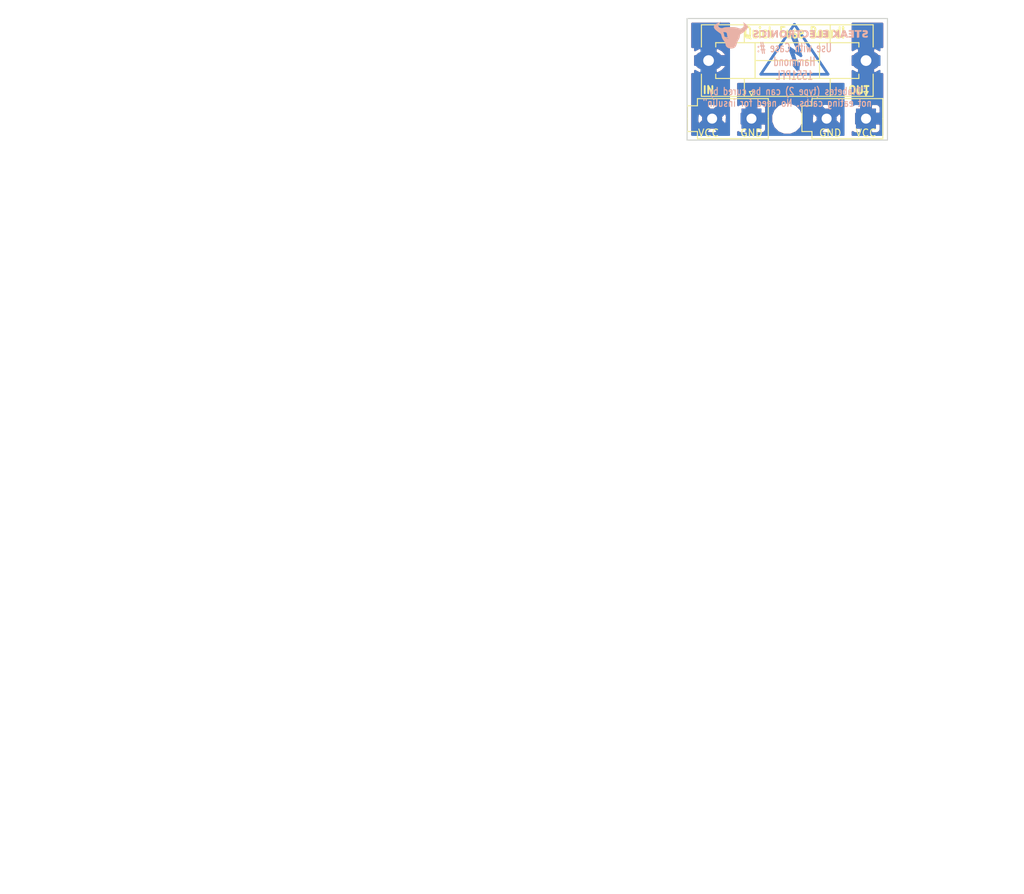
<source format=kicad_pcb>
(kicad_pcb (version 20171130) (host pcbnew 5.0.0-rc2)

  (general
    (thickness 1.6)
    (drawings 17)
    (tracks 0)
    (zones 0)
    (modules 6)
    (nets 4)
  )

  (page USLetter)
  (title_block
    (title "Project Title")
  )

  (layers
    (0 F.Cu signal)
    (31 B.Cu signal)
    (34 B.Paste user)
    (35 F.Paste user)
    (36 B.SilkS user)
    (37 F.SilkS user)
    (38 B.Mask user)
    (39 F.Mask user)
    (40 Dwgs.User user)
    (44 Edge.Cuts user)
    (46 B.CrtYd user)
    (47 F.CrtYd user)
    (48 B.Fab user)
    (49 F.Fab user)
  )

  (setup
    (last_trace_width 0.254)
    (user_trace_width 0.1524)
    (user_trace_width 0.254)
    (user_trace_width 0.3302)
    (user_trace_width 0.508)
    (user_trace_width 0.762)
    (user_trace_width 1.27)
    (trace_clearance 0.254)
    (zone_clearance 0.508)
    (zone_45_only no)
    (trace_min 0.1524)
    (segment_width 0.1524)
    (edge_width 0.1524)
    (via_size 0.6858)
    (via_drill 0.3302)
    (via_min_size 0.6858)
    (via_min_drill 0.3302)
    (user_via 0.6858 0.3302)
    (user_via 0.762 0.4064)
    (user_via 0.8636 0.508)
    (uvia_size 0.6858)
    (uvia_drill 0.3302)
    (uvias_allowed no)
    (uvia_min_size 0)
    (uvia_min_drill 0)
    (pcb_text_width 0.1524)
    (pcb_text_size 1.016 1.016)
    (mod_edge_width 0.1524)
    (mod_text_size 1.016 1.016)
    (mod_text_width 0.1524)
    (pad_size 2.49936 4.0005)
    (pad_drill 1.50114)
    (pad_to_mask_clearance 0.0762)
    (solder_mask_min_width 0.1016)
    (pad_to_paste_clearance -0.0762)
    (aux_axis_origin 0 0)
    (visible_elements 7FFFFFFF)
    (pcbplotparams
      (layerselection 0x310fc_ffffffff)
      (usegerberextensions true)
      (usegerberattributes false)
      (usegerberadvancedattributes false)
      (creategerberjobfile false)
      (excludeedgelayer true)
      (linewidth 0.100000)
      (plotframeref false)
      (viasonmask false)
      (mode 1)
      (useauxorigin false)
      (hpglpennumber 1)
      (hpglpenspeed 20)
      (hpglpendiameter 15)
      (psnegative false)
      (psa4output false)
      (plotreference true)
      (plotvalue true)
      (plotinvisibletext false)
      (padsonsilk false)
      (subtractmaskfromsilk false)
      (outputformat 1)
      (mirror false)
      (drillshape 0)
      (scaleselection 1)
      (outputdirectory gerbers/))
  )

  (net 0 "")
  (net 1 GND)
  (net 2 VCC)
  (net 3 +12V)

  (net_class Default "This is the default net class."
    (clearance 0.254)
    (trace_width 0.254)
    (via_dia 0.6858)
    (via_drill 0.3302)
    (uvia_dia 0.6858)
    (uvia_drill 0.3302)
    (add_net +12V)
    (add_net GND)
    (add_net VCC)
  )

  (module Fuse_Holders_and_Fuses:Fuseholder5x20_horiz_SemiClosed_Casing10x25mm (layer F.Cu) (tedit 5D118760) (tstamp 5D14B699)
    (at 129.00499 83.8815 180)
    (descr "Fuseholder, 5x20, Semi closed, horizontal, Casing 10x25mm,")
    (tags "Fuseholder, 5x20, Semi closed, horizontal, Casing 10x25mm, Sicherungshalter, halbgeschlossen,")
    (path /5D117F39)
    (fp_text reference F1 (at 0 -7.62 180) (layer F.SilkS) hide
      (effects (font (size 1 1) (thickness 0.15)))
    )
    (fp_text value Fuse (at 1.27 7.62 180) (layer F.Fab)
      (effects (font (size 1 1) (thickness 0.15)))
    )
    (fp_line (start -5.99948 -2.49936) (end -5.99948 -5.00126) (layer F.SilkS) (width 0.15))
    (fp_line (start -5.99948 5.00126) (end -5.99948 2.49936) (layer F.SilkS) (width 0.15))
    (fp_line (start 5.99948 5.00126) (end 5.99948 2.49936) (layer F.SilkS) (width 0.15))
    (fp_line (start 5.99948 -5.00126) (end 5.99948 -2.49936) (layer F.SilkS) (width 0.15))
    (fp_line (start -4.50088 0) (end 4.50088 0) (layer F.SilkS) (width 0.15))
    (fp_line (start -4.50088 -2.49936) (end -4.50088 2.49936) (layer F.SilkS) (width 0.15))
    (fp_line (start 4.50088 -2.49936) (end 4.50088 2.49936) (layer F.SilkS) (width 0.15))
    (fp_line (start 9.99998 -1.89992) (end 9.99998 -2.49936) (layer F.SilkS) (width 0.15))
    (fp_line (start -9.99998 1.89992) (end -9.99998 2.49936) (layer F.SilkS) (width 0.15))
    (fp_line (start -9.99998 2.49936) (end 9.99998 2.49936) (layer F.SilkS) (width 0.15))
    (fp_line (start 9.99998 2.49936) (end 9.99998 1.89992) (layer F.SilkS) (width 0.15))
    (fp_line (start 9.99998 -2.49936) (end -9.99998 -2.49936) (layer F.SilkS) (width 0.15))
    (fp_line (start -9.99998 -2.49936) (end -9.99998 -1.89992) (layer F.SilkS) (width 0.15))
    (fp_line (start 11.99896 -1.89992) (end 11.99896 -5.00126) (layer F.SilkS) (width 0.15))
    (fp_line (start -11.99896 1.89992) (end -11.99896 5.00126) (layer F.SilkS) (width 0.15))
    (fp_line (start -11.99896 5.00126) (end 11.99896 5.00126) (layer F.SilkS) (width 0.15))
    (fp_line (start 11.99896 5.00126) (end 11.99896 1.89992) (layer F.SilkS) (width 0.15))
    (fp_line (start 11.99896 -5.00126) (end -11.99896 -5.00126) (layer F.SilkS) (width 0.15))
    (fp_line (start -11.99896 -5.00126) (end -11.99896 -1.89992) (layer F.SilkS) (width 0.15))
    (pad 2 thru_hole oval (at 11.00074 0 90) (size 2.49936 4.0005) (drill 1.50114) (layers *.Cu *.Mask)
      (net 3 +12V) (zone_connect 1) (thermal_width 4))
    (pad 1 thru_hole oval (at -11.00074 0 90) (size 2.49936 4.0005) (drill 1.50114) (layers *.Cu *.Mask)
      (net 2 VCC) (zone_connect 1) (thermal_width 4))
  )

  (module Mounting_Holes:MountingHole_3.2mm_M3 (layer F.Cu) (tedit 5D1181C1) (tstamp 5D14B6A0)
    (at 129 92)
    (descr "Mounting Hole 3.2mm, no annular, M3")
    (tags "mounting hole 3.2mm no annular m3")
    (path /5D1184DD)
    (fp_text reference MK1 (at -4 -2) (layer F.SilkS) hide
      (effects (font (size 1 1) (thickness 0.15)))
    )
    (fp_text value Mounting_Hole (at 0 4.2) (layer F.Fab)
      (effects (font (size 1 1) (thickness 0.15)))
    )
    (fp_circle (center 0 0) (end 3.45 0) (layer F.CrtYd) (width 0.05))
    (fp_circle (center 0 0) (end 3.2 0) (layer Cmts.User) (width 0.15))
    (pad 1 np_thru_hole circle (at 0 0) (size 3.2 3.2) (drill 3.2) (layers *.Cu *.Mask))
  )

  (module Connectors_Molex:Molex_MiniFit-JR-5556-02A_2x01x4.20mm_Straight (layer F.Cu) (tedit 5D11874B) (tstamp 5D17EC65)
    (at 124 92 270)
    (descr "Molex Mini-Fit JR, PN:5556-02A, dual row, top entry type, through hole")
    (tags "connector molex mini-fit 5556")
    (path /5D1189CB)
    (fp_text reference P1 (at -4 8 270) (layer F.SilkS) hide
      (effects (font (size 1 1) (thickness 0.15)))
    )
    (fp_text value CONN_01X02 (at 0 -4 270) (layer F.Fab)
      (effects (font (size 1 1) (thickness 0.15)))
    )
    (fp_line (start -2.7 -2.25) (end -2.7 7.45) (layer F.Fab) (width 0.05))
    (fp_line (start -2.7 7.45) (end 2.7 7.45) (layer F.Fab) (width 0.05))
    (fp_line (start 2.7 7.45) (end 2.7 -2.25) (layer F.Fab) (width 0.05))
    (fp_line (start 2.7 -2.25) (end -2.7 -2.25) (layer F.Fab) (width 0.05))
    (fp_line (start -1.7 7.45) (end -1.7 8.85) (layer F.Fab) (width 0.05))
    (fp_line (start -1.7 8.85) (end 1.7 8.85) (layer F.Fab) (width 0.05))
    (fp_line (start 1.7 8.85) (end 1.7 7.45) (layer F.Fab) (width 0.05))
    (fp_line (start -1.75 -1.75) (end -1.75 1.75) (layer F.Fab) (width 0.05))
    (fp_line (start -1.75 1.75) (end 1.75 1.75) (layer F.Fab) (width 0.05))
    (fp_line (start 1.75 1.75) (end 1.75 -1.75) (layer F.Fab) (width 0.05))
    (fp_line (start 1.75 -1.75) (end -1.75 -1.75) (layer F.Fab) (width 0.05))
    (fp_line (start -1.75 7.25) (end -1.75 4.625) (layer F.Fab) (width 0.05))
    (fp_line (start -1.75 4.625) (end -0.875 3.75) (layer F.Fab) (width 0.05))
    (fp_line (start -0.875 3.75) (end 0.875 3.75) (layer F.Fab) (width 0.05))
    (fp_line (start 0.875 3.75) (end 1.75 4.625) (layer F.Fab) (width 0.05))
    (fp_line (start 1.75 4.625) (end 1.75 7.25) (layer F.Fab) (width 0.05))
    (fp_line (start 1.75 7.25) (end -1.75 7.25) (layer F.Fab) (width 0.05))
    (fp_line (start 0 -2.35) (end -2.8 -2.35) (layer F.SilkS) (width 0.15))
    (fp_line (start -2.8 -2.35) (end -2.8 7.55) (layer F.SilkS) (width 0.15))
    (fp_line (start -2.8 7.55) (end -1.8 7.55) (layer F.SilkS) (width 0.15))
    (fp_line (start -1.8 7.55) (end -1.8 8.95) (layer F.SilkS) (width 0.15))
    (fp_line (start -1.8 8.95) (end 0 8.95) (layer F.SilkS) (width 0.15))
    (fp_line (start 0 -2.35) (end 2.8 -2.35) (layer F.SilkS) (width 0.15))
    (fp_line (start 2.8 -2.35) (end 2.8 7.55) (layer F.SilkS) (width 0.15))
    (fp_line (start 2.8 7.55) (end 1.8 7.55) (layer F.SilkS) (width 0.15))
    (fp_line (start 1.8 7.55) (end 1.8 8.95) (layer F.SilkS) (width 0.15))
    (fp_line (start 1.8 8.95) (end 0 8.95) (layer F.SilkS) (width 0.15))
    (fp_line (start -3.2 0) (end -3.8 0.3) (layer F.SilkS) (width 0.15))
    (fp_line (start -3.8 0.3) (end -3.8 -0.3) (layer F.SilkS) (width 0.15))
    (fp_line (start -3.8 -0.3) (end -3.2 0) (layer F.SilkS) (width 0.15))
    (fp_line (start -3.2 -2.75) (end -3.2 9.3) (layer F.CrtYd) (width 0.05))
    (fp_line (start -3.2 9.3) (end 3.2 9.3) (layer F.CrtYd) (width 0.05))
    (fp_line (start 3.2 9.3) (end 3.2 -2.75) (layer F.CrtYd) (width 0.05))
    (fp_line (start 3.2 -2.75) (end -3.2 -2.75) (layer F.CrtYd) (width 0.05))
    (pad 1 thru_hole rect (at 0 0 270) (size 2.8 2.8) (drill 1.4) (layers *.Cu *.Mask)
      (net 1 GND) (zone_connect 1) (thermal_width 4))
    (pad 2 thru_hole circle (at 0 5.5 270) (size 2.8 2.8) (drill 1.4) (layers *.Cu *.Mask)
      (net 3 +12V) (zone_connect 1) (thermal_width 4))
    (model Connectors_Molex.3dshapes/Molex_MiniFit-JR-5556-02A_2x01x4.20mm_Straight.wrl
      (at (xyz 0 0 0))
      (scale (xyz 1 1 1))
      (rotate (xyz 0 0 0))
    )
  )

  (module Connectors_Molex:Molex_MiniFit-JR-5556-02A_2x01x4.20mm_Straight (layer F.Cu) (tedit 5D118759) (tstamp 5D17EC8D)
    (at 140 92 270)
    (descr "Molex Mini-Fit JR, PN:5556-02A, dual row, top entry type, through hole")
    (tags "connector molex mini-fit 5556")
    (path /5D118A24)
    (fp_text reference P2 (at -5 6 270) (layer F.SilkS) hide
      (effects (font (size 1 1) (thickness 0.15)))
    )
    (fp_text value CONN_01X02 (at 0 -4 270) (layer F.Fab)
      (effects (font (size 1 1) (thickness 0.15)))
    )
    (fp_line (start 3.2 -2.75) (end -3.2 -2.75) (layer F.CrtYd) (width 0.05))
    (fp_line (start 3.2 9.3) (end 3.2 -2.75) (layer F.CrtYd) (width 0.05))
    (fp_line (start -3.2 9.3) (end 3.2 9.3) (layer F.CrtYd) (width 0.05))
    (fp_line (start -3.2 -2.75) (end -3.2 9.3) (layer F.CrtYd) (width 0.05))
    (fp_line (start -3.8 -0.3) (end -3.2 0) (layer F.SilkS) (width 0.15))
    (fp_line (start -3.8 0.3) (end -3.8 -0.3) (layer F.SilkS) (width 0.15))
    (fp_line (start -3.2 0) (end -3.8 0.3) (layer F.SilkS) (width 0.15))
    (fp_line (start 1.8 8.95) (end 0 8.95) (layer F.SilkS) (width 0.15))
    (fp_line (start 1.8 7.55) (end 1.8 8.95) (layer F.SilkS) (width 0.15))
    (fp_line (start 2.8 7.55) (end 1.8 7.55) (layer F.SilkS) (width 0.15))
    (fp_line (start 2.8 -2.35) (end 2.8 7.55) (layer F.SilkS) (width 0.15))
    (fp_line (start 0 -2.35) (end 2.8 -2.35) (layer F.SilkS) (width 0.15))
    (fp_line (start -1.8 8.95) (end 0 8.95) (layer F.SilkS) (width 0.15))
    (fp_line (start -1.8 7.55) (end -1.8 8.95) (layer F.SilkS) (width 0.15))
    (fp_line (start -2.8 7.55) (end -1.8 7.55) (layer F.SilkS) (width 0.15))
    (fp_line (start -2.8 -2.35) (end -2.8 7.55) (layer F.SilkS) (width 0.15))
    (fp_line (start 0 -2.35) (end -2.8 -2.35) (layer F.SilkS) (width 0.15))
    (fp_line (start 1.75 7.25) (end -1.75 7.25) (layer F.Fab) (width 0.05))
    (fp_line (start 1.75 4.625) (end 1.75 7.25) (layer F.Fab) (width 0.05))
    (fp_line (start 0.875 3.75) (end 1.75 4.625) (layer F.Fab) (width 0.05))
    (fp_line (start -0.875 3.75) (end 0.875 3.75) (layer F.Fab) (width 0.05))
    (fp_line (start -1.75 4.625) (end -0.875 3.75) (layer F.Fab) (width 0.05))
    (fp_line (start -1.75 7.25) (end -1.75 4.625) (layer F.Fab) (width 0.05))
    (fp_line (start 1.75 -1.75) (end -1.75 -1.75) (layer F.Fab) (width 0.05))
    (fp_line (start 1.75 1.75) (end 1.75 -1.75) (layer F.Fab) (width 0.05))
    (fp_line (start -1.75 1.75) (end 1.75 1.75) (layer F.Fab) (width 0.05))
    (fp_line (start -1.75 -1.75) (end -1.75 1.75) (layer F.Fab) (width 0.05))
    (fp_line (start 1.7 8.85) (end 1.7 7.45) (layer F.Fab) (width 0.05))
    (fp_line (start -1.7 8.85) (end 1.7 8.85) (layer F.Fab) (width 0.05))
    (fp_line (start -1.7 7.45) (end -1.7 8.85) (layer F.Fab) (width 0.05))
    (fp_line (start 2.7 -2.25) (end -2.7 -2.25) (layer F.Fab) (width 0.05))
    (fp_line (start 2.7 7.45) (end 2.7 -2.25) (layer F.Fab) (width 0.05))
    (fp_line (start -2.7 7.45) (end 2.7 7.45) (layer F.Fab) (width 0.05))
    (fp_line (start -2.7 -2.25) (end -2.7 7.45) (layer F.Fab) (width 0.05))
    (pad 2 thru_hole circle (at 0 5.5 270) (size 2.8 2.8) (drill 1.4) (layers *.Cu *.Mask)
      (net 1 GND) (zone_connect 1) (thermal_width 4))
    (pad 1 thru_hole rect (at 0 0 270) (size 2.8 2.8) (drill 1.4) (layers *.Cu *.Mask)
      (net 2 VCC) (zone_connect 1) (thermal_width 4))
    (model Connectors_Molex.3dshapes/Molex_MiniFit-JR-5556-02A_2x01x4.20mm_Straight.wrl
      (at (xyz 0 0 0))
      (scale (xyz 1 1 1))
      (rotate (xyz 0 0 0))
    )
  )

  (module Symbols:Symbol_HighVoltage_Type2_CopperTop_VerySmall (layer B.Cu) (tedit 5D1186AC) (tstamp 5D183DAB)
    (at 130 83 180)
    (descr "Symbol, High Voltage, Type 2, Copper Top, Very Small,")
    (tags "Symbol, High Voltage, Type 2, Copper Top, Very Small,")
    (fp_text reference REF88 (at -0.127 5.715 180) (layer B.SilkS) hide
      (effects (font (size 1 1) (thickness 0.15)) (justify mirror))
    )
    (fp_text value Symbol_HighVoltage_Type2_CopperTop_VerySmall (at -0.381 -4.572 180) (layer B.Fab) hide
      (effects (font (size 1 1) (thickness 0.15)) (justify mirror))
    )
    (fp_line (start -4.699 -2.794) (end 0 4.191) (layer B.Cu) (width 0.381))
    (fp_line (start 4.699 -2.794) (end -4.699 -2.794) (layer B.Cu) (width 0.381))
    (fp_line (start 0 4.191) (end 4.699 -2.794) (layer B.Cu) (width 0.381))
    (fp_line (start -0.49784 -2.19964) (end -0.59944 -1.30048) (layer B.Cu) (width 0.381))
    (fp_line (start 0.29972 0.59944) (end -0.49784 -2.19964) (layer B.Cu) (width 0.381))
    (fp_line (start -0.89916 -0.20066) (end 0.29972 0.59944) (layer B.Cu) (width 0.381))
    (fp_line (start -0.09906 2.79908) (end -0.89916 -0.20066) (layer B.Cu) (width 0.381))
    (fp_line (start -0.49784 -2.19964) (end 0.1016 -1.50114) (layer B.Cu) (width 0.381))
    (fp_line (start -0.89916 -0.20066) (end 0.40132 2.60096) (layer B.Cu) (width 0.381))
    (fp_line (start 0.70104 0.89916) (end 0.1016 0.50038) (layer B.Cu) (width 0.381))
    (fp_line (start -0.49784 -2.19964) (end 0.70104 0.89916) (layer B.Cu) (width 0.381))
  )

  (module SteakElectronics:steakelectronics_fsilk (layer B.Cu) (tedit 0) (tstamp 5D118D2A)
    (at 129.5 80.5 180)
    (fp_text reference G*** (at 0 0 180) (layer B.SilkS) hide
      (effects (font (size 1.524 1.524) (thickness 0.3)) (justify mirror))
    )
    (fp_text value LOGO (at 0.75 0 180) (layer B.SilkS) hide
      (effects (font (size 1.524 1.524) (thickness 0.3)) (justify mirror))
    )
    (fp_poly (pts (xy 5.101457 0.864935) (xy 5.215637 0.827851) (xy 5.258911 0.760943) (xy 5.256052 0.710284)
      (xy 5.209764 0.644504) (xy 5.147599 0.643317) (xy 4.963596 0.667675) (xy 4.832097 0.652339)
      (xy 4.768689 0.59943) (xy 4.766549 0.591451) (xy 4.782414 0.531199) (xy 4.870041 0.492189)
      (xy 4.915886 0.482326) (xy 5.113334 0.416308) (xy 5.244151 0.312602) (xy 5.301787 0.18408)
      (xy 5.279694 0.043619) (xy 5.197554 -0.071372) (xy 5.051291 -0.156541) (xy 4.840636 -0.181897)
      (xy 4.583546 -0.152136) (xy 4.505528 -0.112784) (xy 4.480069 -0.018767) (xy 4.479636 0.003831)
      (xy 4.479636 0.139785) (xy 4.652282 0.067649) (xy 4.804479 0.024271) (xy 4.93084 0.024026)
      (xy 5.010295 0.063581) (xy 5.025097 0.126633) (xy 4.968647 0.191463) (xy 4.838354 0.239419)
      (xy 4.828071 0.241634) (xy 4.629836 0.311664) (xy 4.514018 0.422598) (xy 4.479636 0.561339)
      (xy 4.517011 0.719776) (xy 4.62863 0.823749) (xy 4.813731 0.872696) (xy 4.906818 0.876747)
      (xy 5.101457 0.864935)) (layer B.SilkS) (width 0.01))
    (fp_poly (pts (xy 4.109286 0.869729) (xy 4.225069 0.841731) (xy 4.281533 0.786228) (xy 4.294909 0.707765)
      (xy 4.282919 0.627479) (xy 4.229315 0.618611) (xy 4.191 0.630404) (xy 3.991686 0.667801)
      (xy 3.836501 0.631103) (xy 3.734507 0.525593) (xy 3.694764 0.356556) (xy 3.694546 0.340835)
      (xy 3.729977 0.186171) (xy 3.821603 0.072865) (xy 3.947424 0.016831) (xy 4.08544 0.033986)
      (xy 4.105401 0.043623) (xy 4.220017 0.088188) (xy 4.279707 0.063961) (xy 4.294909 -0.017705)
      (xy 4.260436 -0.118285) (xy 4.191 -0.15562) (xy 3.999643 -0.181872) (xy 3.801148 -0.170245)
      (xy 3.648364 -0.125955) (xy 3.553784 -0.047651) (xy 3.464361 0.074324) (xy 3.447328 0.106281)
      (xy 3.387399 0.323202) (xy 3.417284 0.53352) (xy 3.534691 0.72373) (xy 3.555844 0.745857)
      (xy 3.657722 0.829823) (xy 3.768209 0.868535) (xy 3.918125 0.877454) (xy 4.109286 0.869729)) (layer B.SilkS) (width 0.01))
    (fp_poly (pts (xy 3.232727 -0.184728) (xy 3.101879 -0.184728) (xy 3.00063 -0.178715) (xy 2.951788 -0.165671)
      (xy 2.945279 -0.114609) (xy 2.942347 0.009273) (xy 2.943167 0.186494) (xy 2.946972 0.36542)
      (xy 2.961398 0.877454) (xy 3.232727 0.877454) (xy 3.232727 -0.184728)) (layer B.SilkS) (width 0.01))
    (fp_poly (pts (xy 2.032472 0.870707) (xy 2.094257 0.838816) (xy 2.154678 0.764305) (xy 2.231393 0.629702)
      (xy 2.263396 0.56892) (xy 2.424546 0.260386) (xy 2.438201 0.56892) (xy 2.447019 0.73287)
      (xy 2.461861 0.825145) (xy 2.492749 0.866346) (xy 2.549705 0.877077) (xy 2.588292 0.877454)
      (xy 2.724727 0.877454) (xy 2.724727 -0.190303) (xy 2.558939 -0.17597) (xy 2.471376 -0.162146)
      (xy 2.405217 -0.126707) (xy 2.342316 -0.051643) (xy 2.264525 0.081053) (xy 2.22412 0.156283)
      (xy 2.055091 0.474202) (xy 2.041522 0.144737) (xy 2.032597 -0.026239) (xy 2.018322 -0.124773)
      (xy 1.991028 -0.170757) (xy 1.943049 -0.184084) (xy 1.914522 -0.184728) (xy 1.801091 -0.184728)
      (xy 1.801091 0.877454) (xy 1.951669 0.877454) (xy 2.032472 0.870707)) (layer B.SilkS) (width 0.01))
    (fp_poly (pts (xy 1.228439 0.870248) (xy 1.336705 0.841182) (xy 1.424238 0.779085) (xy 1.447308 0.756824)
      (xy 1.556627 0.592947) (xy 1.604676 0.399511) (xy 1.593131 0.202269) (xy 1.523669 0.026974)
      (xy 1.397965 -0.100618) (xy 1.391247 -0.104687) (xy 1.220062 -0.16453) (xy 1.014208 -0.179192)
      (xy 0.82097 -0.146085) (xy 0.796928 -0.137215) (xy 0.662851 -0.037998) (xy 0.566907 0.119199)
      (xy 0.519172 0.304358) (xy 0.52288 0.368712) (xy 0.827656 0.368712) (xy 0.850907 0.202449)
      (xy 0.880523 0.132812) (xy 0.963315 0.060814) (xy 1.078985 0.049755) (xy 1.195594 0.094775)
      (xy 1.281203 0.191011) (xy 1.282668 0.194026) (xy 1.319006 0.362208) (xy 1.276249 0.519616)
      (xy 1.171964 0.631417) (xy 1.084258 0.677168) (xy 1.011563 0.666199) (xy 0.946727 0.627701)
      (xy 0.861053 0.521354) (xy 0.827656 0.368712) (xy 0.52288 0.368712) (xy 0.529723 0.487462)
      (xy 0.559953 0.568763) (xy 0.668305 0.738832) (xy 0.792916 0.834711) (xy 0.962157 0.873777)
      (xy 1.063934 0.877454) (xy 1.228439 0.870248)) (layer B.SilkS) (width 0.01))
    (fp_poly (pts (xy 0.031644 0.874091) (xy 0.14009 0.858698) (xy 0.210616 0.823318) (xy 0.270402 0.759995)
      (xy 0.273739 0.755772) (xy 0.339817 0.65596) (xy 0.369347 0.580104) (xy 0.369455 0.577272)
      (xy 0.342826 0.504196) (xy 0.27828 0.404609) (xy 0.273739 0.398773) (xy 0.221559 0.318175)
      (xy 0.217589 0.27808) (xy 0.222471 0.27709) (xy 0.260653 0.239856) (xy 0.319966 0.148072)
      (xy 0.38409 0.031621) (xy 0.436705 -0.079617) (xy 0.461489 -0.155761) (xy 0.461818 -0.161133)
      (xy 0.421264 -0.176959) (xy 0.322006 -0.1846) (xy 0.305785 -0.184728) (xy 0.188938 -0.169429)
      (xy 0.121016 -0.105473) (xy 0.090734 -0.042249) (xy 0.011857 0.105024) (xy -0.075958 0.202832)
      (xy -0.141844 0.230909) (xy -0.16742 0.189625) (xy -0.182761 0.085176) (xy -0.184727 0.02309)
      (xy -0.188743 -0.1047) (xy -0.211932 -0.165226) (xy -0.271005 -0.183553) (xy -0.323273 -0.184728)
      (xy -0.461818 -0.184728) (xy -0.461818 0.53109) (xy -0.184727 0.53109) (xy -0.157176 0.438368)
      (xy -0.089422 0.419488) (xy -0.003818 0.480336) (xy -0.001679 0.482886) (xy 0.03082 0.569617)
      (xy -0.016469 0.630714) (xy -0.095089 0.646545) (xy -0.165795 0.618009) (xy -0.184727 0.53109)
      (xy -0.461818 0.53109) (xy -0.461818 0.877454) (xy -0.141897 0.877454) (xy 0.031644 0.874091)) (layer B.SilkS) (width 0.01))
    (fp_poly (pts (xy -1.073727 0.867471) (xy -0.854203 0.860467) (xy -0.710931 0.851062) (xy -0.627807 0.835835)
      (xy -0.588726 0.811364) (xy -0.577581 0.774228) (xy -0.577273 0.762) (xy -0.597147 0.697502)
      (xy -0.672228 0.66507) (xy -0.750454 0.655303) (xy -0.923636 0.640969) (xy -0.923636 -0.184728)
      (xy -1.200727 -0.184728) (xy -1.200727 0.646545) (xy -1.385454 0.646545) (xy -1.504409 0.652778)
      (xy -1.557284 0.682464) (xy -1.5701 0.752088) (xy -1.570182 0.763562) (xy -1.570182 0.880579)
      (xy -1.073727 0.867471)) (layer B.SilkS) (width 0.01))
    (fp_poly (pts (xy -1.921044 0.867929) (xy -1.765643 0.85799) (xy -1.679789 0.839713) (xy -1.640712 0.801829)
      (xy -1.625641 0.733065) (xy -1.624228 0.72101) (xy -1.622816 0.629584) (xy -1.656418 0.608628)
      (xy -1.686246 0.617298) (xy -1.847903 0.669514) (xy -1.959734 0.673295) (xy -2.052226 0.62582)
      (xy -2.104109 0.578634) (xy -2.187273 0.474735) (xy -2.207266 0.372757) (xy -2.198658 0.308666)
      (xy -2.133075 0.137993) (xy -2.0178 0.045006) (xy -1.853751 0.030129) (xy -1.689927 0.074016)
      (xy -1.634013 0.072574) (xy -1.616474 -0.002056) (xy -1.616364 -0.013209) (xy -1.642506 -0.111574)
      (xy -1.689413 -0.156696) (xy -1.843821 -0.183462) (xy -2.031054 -0.173238) (xy -2.201117 -0.129918)
      (xy -2.235445 -0.114188) (xy -2.376757 -0.01893) (xy -2.456555 0.100167) (xy -2.489223 0.269791)
      (xy -2.492349 0.362471) (xy -2.486323 0.517355) (xy -2.456117 0.619485) (xy -2.387011 0.707985)
      (xy -2.348225 0.745492) (xy -2.257227 0.821728) (xy -2.171457 0.860526) (xy -2.056129 0.871855)
      (xy -1.921044 0.867929)) (layer B.SilkS) (width 0.01))
    (fp_poly (pts (xy -2.818584 0.876224) (xy -2.708867 0.868607) (xy -2.653822 0.848714) (xy -2.634605 0.810657)
      (xy -2.632364 0.762) (xy -2.63985 0.693478) (xy -2.678057 0.659295) (xy -2.770603 0.647639)
      (xy -2.863273 0.646545) (xy -3.003716 0.640779) (xy -3.073535 0.618491) (xy -3.094025 0.572197)
      (xy -3.094182 0.565394) (xy -3.079299 0.515801) (xy -3.019544 0.496454) (xy -2.892252 0.500309)
      (xy -2.886364 0.500772) (xy -2.758835 0.507631) (xy -2.698326 0.491118) (xy -2.67985 0.436002)
      (xy -2.678545 0.374104) (xy -2.684192 0.286076) (xy -2.717858 0.244386) (xy -2.804637 0.231744)
      (xy -2.886364 0.230909) (xy -3.016233 0.224865) (xy -3.077645 0.199771) (xy -3.094102 0.14518)
      (xy -3.094182 0.138545) (xy -3.082025 0.083145) (xy -3.030423 0.055515) (xy -2.916682 0.046577)
      (xy -2.863273 0.046181) (xy -2.72623 0.042438) (xy -2.657863 0.023335) (xy -2.634551 -0.022939)
      (xy -2.632364 -0.069273) (xy -2.636301 -0.126534) (xy -2.660675 -0.16082) (xy -2.724332 -0.178022)
      (xy -2.846116 -0.184027) (xy -3.001818 -0.184728) (xy -3.371273 -0.184728) (xy -3.371273 0.877454)
      (xy -3.001818 0.877454) (xy -2.818584 0.876224)) (layer B.SilkS) (width 0.01))
    (fp_poly (pts (xy -3.971636 0.046181) (xy -3.740727 0.046181) (xy -3.603685 0.042438) (xy -3.535318 0.023335)
      (xy -3.512006 -0.022939) (xy -3.509818 -0.069273) (xy -3.513422 -0.125182) (xy -3.536426 -0.159303)
      (xy -3.597115 -0.177015) (xy -3.713778 -0.183697) (xy -3.902364 -0.184728) (xy -4.294909 -0.184728)
      (xy -4.294909 0.877454) (xy -3.971636 0.877454) (xy -3.971636 0.046181)) (layer B.SilkS) (width 0.01))
    (fp_poly (pts (xy -4.665857 0.876224) (xy -4.55614 0.868607) (xy -4.501095 0.848714) (xy -4.481878 0.810657)
      (xy -4.479636 0.762) (xy -4.48825 0.690755) (xy -4.530589 0.657) (xy -4.631401 0.646986)
      (xy -4.687454 0.646545) (xy -4.82443 0.637479) (xy -4.886823 0.606654) (xy -4.895273 0.577272)
      (xy -4.864769 0.529105) (xy -4.763653 0.509257) (xy -4.710545 0.508) (xy -4.592097 0.502529)
      (xy -4.539441 0.472881) (xy -4.52611 0.399204) (xy -4.525818 0.369454) (xy -4.533113 0.280618)
      (xy -4.572643 0.241126) (xy -4.670879 0.231127) (xy -4.710545 0.230909) (xy -4.831401 0.223163)
      (xy -4.884814 0.191857) (xy -4.895273 0.138545) (xy -4.883116 0.083145) (xy -4.831514 0.055515)
      (xy -4.717773 0.046577) (xy -4.664364 0.046181) (xy -4.527321 0.042438) (xy -4.458954 0.023335)
      (xy -4.435642 -0.022939) (xy -4.433454 -0.069273) (xy -4.437059 -0.125182) (xy -4.460062 -0.159303)
      (xy -4.520752 -0.177015) (xy -4.637414 -0.183697) (xy -4.826 -0.184728) (xy -5.218545 -0.184728)
      (xy -5.218545 0.877454) (xy -4.849091 0.877454) (xy -4.665857 0.876224)) (layer B.SilkS) (width 0.01))
    (fp_poly (pts (xy -6.562818 0.867873) (xy -6.520769 0.821083) (xy -6.503359 0.710011) (xy -6.502879 0.704272)
      (xy -6.488545 0.53109) (xy -6.327229 0.704272) (xy -6.209451 0.814749) (xy -6.104336 0.866104)
      (xy -5.992411 0.877454) (xy -5.880898 0.871312) (xy -5.821771 0.856083) (xy -5.818909 0.851365)
      (xy -5.849545 0.808485) (xy -5.929973 0.720792) (xy -6.042972 0.607034) (xy -6.046265 0.603824)
      (xy -6.273621 0.382372) (xy -6.023174 0.135036) (xy -5.903451 0.012365) (xy -5.814891 -0.086826)
      (xy -5.773818 -0.144056) (xy -5.772727 -0.148514) (xy -5.813519 -0.171898) (xy -5.914534 -0.184183)
      (xy -5.944161 -0.184728) (xy -6.061062 -0.170913) (xy -6.166692 -0.118523) (xy -6.292261 -0.011141)
      (xy -6.313616 0.009615) (xy -6.511636 0.203958) (xy -6.511636 0.009615) (xy -6.516429 -0.112781)
      (xy -6.543098 -0.168743) (xy -6.610085 -0.184135) (xy -6.650182 -0.184728) (xy -6.788727 -0.184728)
      (xy -6.788727 0.877454) (xy -6.65297 0.877454) (xy -6.562818 0.867873)) (layer B.SilkS) (width 0.01))
    (fp_poly (pts (xy -7.314312 0.866507) (xy -7.248339 0.820291) (xy -7.214597 0.750454) (xy -7.173248 0.63831)
      (xy -7.114759 0.478767) (xy -7.06639 0.346363) (xy -7.005891 0.181938) (xy -6.952245 0.038636)
      (xy -6.923214 -0.03681) (xy -6.889122 -0.133702) (xy -6.90426 -0.175072) (xy -6.986869 -0.184562)
      (xy -7.037341 -0.184728) (xy -7.15589 -0.168661) (xy -7.211413 -0.111916) (xy -7.217745 -0.092364)
      (xy -7.25358 -0.031257) (xy -7.335756 -0.004401) (xy -7.435273 0) (xy -7.565687 -0.009484)
      (xy -7.631302 -0.04538) (xy -7.652801 -0.092364) (xy -7.697656 -0.159958) (xy -7.79994 -0.184007)
      (xy -7.833204 -0.184728) (xy -7.937961 -0.180578) (xy -7.988597 -0.170419) (xy -7.989454 -0.168744)
      (xy -7.985193 -0.151579) (xy -7.969891 -0.105763) (xy -7.939771 -0.020832) (xy -7.891056 0.113678)
      (xy -7.819968 0.308231) (xy -7.812634 0.328224) (xy -7.520627 0.328224) (xy -7.507453 0.254838)
      (xy -7.430332 0.230909) (xy -7.359963 0.250181) (xy -7.361059 0.303959) (xy -7.387589 0.416868)
      (xy -7.39056 0.454049) (xy -7.399238 0.500986) (xy -7.433637 0.474861) (xy -7.459832 0.441446)
      (xy -7.520627 0.328224) (xy -7.812634 0.328224) (xy -7.72273 0.57329) (xy -7.65764 0.750454)
      (xy -7.611142 0.836227) (xy -7.534787 0.87174) (xy -7.436358 0.877454) (xy -7.314312 0.866507)) (layer B.SilkS) (width 0.01))
    (fp_poly (pts (xy -8.268038 0.876224) (xy -8.158321 0.868607) (xy -8.103277 0.848714) (xy -8.08406 0.810657)
      (xy -8.081818 0.762) (xy -8.090432 0.690755) (xy -8.132771 0.657) (xy -8.233583 0.646986)
      (xy -8.289636 0.646545) (xy -8.428573 0.636789) (xy -8.49078 0.60456) (xy -8.497454 0.579928)
      (xy -8.456912 0.529435) (xy -8.33203 0.501755) (xy -8.301182 0.499109) (xy -8.177009 0.48385)
      (xy -8.12003 0.451033) (xy -8.105082 0.384037) (xy -8.104909 0.369454) (xy -8.115577 0.295639)
      (xy -8.164357 0.258593) (xy -8.276413 0.241693) (xy -8.301182 0.239799) (xy -8.428413 0.222331)
      (xy -8.486129 0.186474) (xy -8.497454 0.13589) (xy -8.484471 0.08195) (xy -8.430546 0.055058)
      (xy -8.313214 0.046487) (xy -8.266545 0.046181) (xy -8.129503 0.042438) (xy -8.061136 0.023335)
      (xy -8.037824 -0.022939) (xy -8.035636 -0.069273) (xy -8.03924 -0.125182) (xy -8.062244 -0.159303)
      (xy -8.122934 -0.177015) (xy -8.239596 -0.183697) (xy -8.428182 -0.184728) (xy -8.820727 -0.184728)
      (xy -8.820727 0.877454) (xy -8.451273 0.877454) (xy -8.268038 0.876224)) (layer B.SilkS) (width 0.01))
    (fp_poly (pts (xy -8.913091 0.762) (xy -8.925167 0.683922) (xy -8.979512 0.651959) (xy -9.074727 0.646545)
      (xy -9.236364 0.646545) (xy -9.236364 -0.184728) (xy -9.367212 -0.184728) (xy -9.47298 -0.174837)
      (xy -9.528848 -0.15394) (xy -9.543 -0.096444) (xy -9.553721 0.029644) (xy -9.55925 0.200567)
      (xy -9.559636 0.261697) (xy -9.559636 0.646545) (xy -9.721273 0.646545) (xy -9.830581 0.655171)
      (xy -9.875329 0.693988) (xy -9.882909 0.762) (xy -9.882909 0.877454) (xy -8.913091 0.877454)
      (xy -8.913091 0.762)) (layer B.SilkS) (width 0.01))
    (fp_poly (pts (xy -10.158204 0.875854) (xy -10.069402 0.864754) (xy -10.0309 0.834709) (xy -10.021665 0.77627)
      (xy -10.021454 0.7441) (xy -10.027054 0.663862) (xy -10.060106 0.625678) (xy -10.144997 0.61543)
      (xy -10.240818 0.6171) (xy -10.391114 0.610761) (xy -10.470402 0.585976) (xy -10.472315 0.550055)
      (xy -10.390488 0.510309) (xy -10.344727 0.49777) (xy -10.158829 0.444365) (xy -10.047109 0.384254)
      (xy -9.991886 0.301103) (xy -9.975479 0.178577) (xy -9.975273 0.156451) (xy -9.989305 0.009734)
      (xy -10.039912 -0.081237) (xy -10.077912 -0.112836) (xy -10.193007 -0.156154) (xy -10.360897 -0.177716)
      (xy -10.544041 -0.175024) (xy -10.679545 -0.152893) (xy -10.745694 -0.091002) (xy -10.760364 0.002243)
      (xy -10.752816 0.094134) (xy -10.712668 0.113601) (xy -10.641903 0.09122) (xy -10.503375 0.057053)
      (xy -10.384516 0.046181) (xy -10.284165 0.068823) (xy -10.256094 0.121877) (xy -10.296743 0.18304)
      (xy -10.40255 0.230008) (xy -10.414279 0.232599) (xy -10.598525 0.285155) (xy -10.706519 0.358911)
      (xy -10.754143 0.468546) (xy -10.760364 0.552508) (xy -10.743297 0.706343) (xy -10.682561 0.804674)
      (xy -10.563853 0.858016) (xy -10.372869 0.876885) (xy -10.318338 0.877454) (xy -10.158204 0.875854)) (layer B.SilkS) (width 0.01))
    (fp_poly (pts (xy 9.799186 2.060383) (xy 9.907996 2.000373) (xy 10.005801 1.939636) (xy 10.137933 1.862775)
      (xy 10.24539 1.812467) (xy 10.288912 1.80109) (xy 10.372483 1.773052) (xy 10.490649 1.703466)
      (xy 10.610784 1.614127) (xy 10.700262 1.526832) (xy 10.701168 1.525695) (xy 10.74143 1.43075)
      (xy 10.758895 1.303421) (xy 10.715872 1.152797) (xy 10.584376 0.977349) (xy 10.364782 0.777481)
      (xy 10.058341 0.554181) (xy 9.90482 0.448734) (xy 9.808626 0.368021) (xy 9.750405 0.285293)
      (xy 9.710802 0.173798) (xy 9.6743 0.023364) (xy 9.609947 -0.197163) (xy 9.518755 -0.388594)
      (xy 9.382499 -0.585068) (xy 9.28795 -0.700369) (xy 9.217241 -0.818906) (xy 9.15202 -0.984225)
      (xy 9.108117 -1.151324) (xy 9.098514 -1.238916) (xy 9.057279 -1.361944) (xy 8.950608 -1.488404)
      (xy 8.801838 -1.596225) (xy 8.655452 -1.657935) (xy 8.386503 -1.70311) (xy 8.133945 -1.676024)
      (xy 8.012546 -1.639319) (xy 7.831919 -1.548155) (xy 7.701097 -1.411694) (xy 7.607135 -1.212761)
      (xy 7.558599 -1.037037) (xy 7.462464 -0.745982) (xy 7.320863 -0.477361) (xy 7.318362 -0.473579)
      (xy 7.245697 -0.346897) (xy 8.662314 -0.346897) (xy 8.712228 -0.354169) (xy 8.797636 -0.356246)
      (xy 8.907158 -0.353312) (xy 8.947191 -0.34508) (xy 8.925271 -0.336946) (xy 8.798575 -0.32863)
      (xy 8.694362 -0.336316) (xy 8.662314 -0.346897) (xy 7.245697 -0.346897) (xy 7.203372 -0.273111)
      (xy 7.197294 -0.254533) (xy 8.754678 -0.254533) (xy 8.804592 -0.261805) (xy 8.89 -0.263883)
      (xy 8.999521 -0.260948) (xy 9.039554 -0.252717) (xy 9.017635 -0.244582) (xy 8.890939 -0.236267)
      (xy 8.786726 -0.243952) (xy 8.754678 -0.254533) (xy 7.197294 -0.254533) (xy 7.167076 -0.162169)
      (xy 8.847042 -0.162169) (xy 8.896956 -0.169442) (xy 8.982364 -0.171519) (xy 9.091885 -0.168584)
      (xy 9.131918 -0.160353) (xy 9.109999 -0.152219) (xy 8.983303 -0.143903) (xy 8.87909 -0.151588)
      (xy 8.847042 -0.162169) (xy 7.167076 -0.162169) (xy 7.142094 -0.08581) (xy 7.13676 -0.048908)
      (xy 8.820727 -0.048908) (xy 8.86035 -0.07896) (xy 8.956905 -0.091197) (xy 9.076916 -0.086728)
      (xy 9.186913 -0.066663) (xy 9.251208 -0.034637) (xy 9.289977 0.046492) (xy 9.317495 0.17478)
      (xy 9.321001 0.207818) (xy 9.347903 0.356162) (xy 9.394122 0.481411) (xy 9.402884 0.496454)
      (xy 9.439424 0.56174) (xy 9.425648 0.591644) (xy 9.344656 0.599974) (xy 9.275701 0.600363)
      (xy 9.08915 0.574797) (xy 8.97304 0.492832) (xy 8.919208 0.346571) (xy 8.913091 0.249567)
      (xy 8.903192 0.121349) (xy 8.878363 0.03637) (xy 8.866909 0.02309) (xy 8.822489 -0.035951)
      (xy 8.820727 -0.048908) (xy 7.13676 -0.048908) (xy 7.123697 0.041452) (xy 7.10604 0.19032)
      (xy 7.075029 0.278722) (xy 7.009759 0.338247) (xy 6.889322 0.400483) (xy 6.884564 0.402757)
      (xy 6.663515 0.531132) (xy 6.452079 0.694413) (xy 6.265421 0.876394) (xy 6.118703 1.06087)
      (xy 6.027089 1.231636) (xy 6.003636 1.344234) (xy 6.017572 1.420578) (xy 6.068355 1.500817)
      (xy 6.16945 1.601137) (xy 6.324444 1.729851) (xy 6.501657 1.867291) (xy 6.622283 1.952296)
      (xy 6.682728 1.982933) (xy 6.679399 1.957274) (xy 6.625334 1.891513) (xy 6.566215 1.767534)
      (xy 6.551176 1.600453) (xy 6.579891 1.428158) (xy 6.630268 1.317814) (xy 6.717002 1.230821)
      (xy 6.843944 1.149049) (xy 6.870832 1.13608) (xy 6.983747 1.091229) (xy 7.072456 1.082715)
      (xy 7.181287 1.110483) (xy 7.250816 1.135613) (xy 7.430882 1.193944) (xy 7.630182 1.246342)
      (xy 7.689273 1.259149) (xy 7.865076 1.283491) (xy 8.088722 1.298528) (xy 8.341719 1.304824)
      (xy 8.605578 1.302943) (xy 8.861808 1.29345) (xy 9.091918 1.27691) (xy 9.277419 1.253888)
      (xy 9.39982 1.224949) (xy 9.434449 1.205841) (xy 9.532095 1.162713) (xy 9.67765 1.15462)
      (xy 9.834752 1.178793) (xy 9.967039 1.232462) (xy 9.989406 1.248113) (xy 10.10333 1.364931)
      (xy 10.1433 1.486536) (xy 10.1076 1.624405) (xy 9.994513 1.790016) (xy 9.891167 1.905)
      (xy 9.792942 2.013352) (xy 9.761558 2.064927) (xy 9.799186 2.060383)) (layer B.SilkS) (width 0.01))
  )

  (gr_text "\"Diabetes (type 2) can be cured by\nnot eating carbs. No need for insulin\"" (at 129 89) (layer B.SilkS)
    (effects (font (size 1.016 0.8) (thickness 0.1524)) (justify mirror))
  )
  (gr_text "Use with Case #:\nHammond\n1551PFL\n\n" (at 130 85) (layer B.SilkS)
    (effects (font (size 1.2 0.8) (thickness 0.1524)) (justify mirror))
  )
  (gr_poly (pts (xy 139 94) (xy 139 79) (xy 142 79) (xy 142 94)) (layer F.Mask) (width 0.15))
  (gr_poly (pts (xy 123 88) (xy 123 94) (xy 136 94) (xy 136 88)) (layer F.Mask) (width 0.15))
  (gr_poly (pts (xy 116 79) (xy 116 94) (xy 120 94) (xy 120 79)) (layer F.Mask) (width 0.15))
  (gr_line (start 115 78) (end 143 78) (layer Edge.Cuts) (width 0.1524))
  (gr_line (start 115 95) (end 115 78) (layer Edge.Cuts) (width 0.1524))
  (gr_line (start 143 95) (end 115 95) (layer Edge.Cuts) (width 0.1524))
  (gr_line (start 143 78) (end 143 95) (layer Edge.Cuts) (width 0.1524))
  (gr_text OUT (at 139 88) (layer F.SilkS) (tstamp 5D183EEC)
    (effects (font (size 1.016 1.016) (thickness 0.254)))
  )
  (gr_text IN (at 118 88) (layer F.SilkS)
    (effects (font (size 1.016 1.016) (thickness 0.254)))
  )
  (gr_text "Quick Fuse Board!" (at 130 80) (layer F.SilkS)
    (effects (font (size 1.5 1.016) (thickness 0.254)))
  )
  (gr_text GND (at 135 94) (layer F.SilkS) (tstamp 5D17F327)
    (effects (font (size 1.016 1.016) (thickness 0.1524)))
  )
  (gr_text VCC (at 140 94) (layer F.SilkS)
    (effects (font (size 1.016 1.016) (thickness 0.1524)))
  )
  (gr_text GND (at 124 94) (layer F.SilkS)
    (effects (font (size 1.016 1.016) (thickness 0.1524)))
  )
  (gr_text VCC (at 118 94) (layer F.SilkS)
    (effects (font (size 1.016 1.016) (thickness 0.1524)))
  )
  (gr_text "FABRICATION NOTES\n\n1. THIS IS A 2 LAYER BOARD. \n2. EXTERNAL LAYERS SHALL HAVE 1 OZ COPPER.\n3. MATERIAL: FR4 AND 0.062 INCH +/- 10% THICK.\n4. BOARDS SHALL BE ROHS COMPLIANT. \n5. MANUFACTURE IN ACCORDANCE WITH IPC-6012 CLASS 2\n6. MASK: BOTH SIDES OF THE BOARD SHALL HAVE \n   SOLDER MASK (ANY COLOR) OVER BARE COPPER. \n7. SILK: BOTH SIDES OF THE BOARD SHALL HAVE \n   WHITE SILKSCREEN. DO NOT PLACE SILK OVER BARE COPPER.\n8. FINISH: ENIG.\n9. MINIMUM TRACE WIDTH - 0.006 INCH.\n   MINIMUM SPACE - 0.006 INCH.\n   MINIMUM HOLE DIA - 0.013 INCH. \n10. MAX HOLE PLACEMENT TOLERANCE OF +/- 0.003 INCH.\n11. MAX HOLE DIAMETER TOLERANCE OF +/- 0.003 INCH AFTER PLATING." (at 19 165.75) (layer Dwgs.User)
    (effects (font (size 2.54 2.54) (thickness 0.254)) (justify left))
  )

  (zone (net 3) (net_name +12V) (layer F.Cu) (tstamp 5D118DE8) (hatch edge 0.508)
    (connect_pads (clearance 0.508))
    (min_thickness 0.254)
    (fill yes (arc_segments 16) (thermal_gap 0.508) (thermal_bridge_width 0.508))
    (polygon
      (pts
        (xy 115 78) (xy 121 78) (xy 121 95) (xy 115 95)
      )
    )
    (filled_polygon
      (pts
        (xy 120.873 94.2888) (xy 115.711199 94.2888) (xy 115.711199 93.756226) (xy 117.733724 93.756226) (xy 117.918237 93.991639)
        (xy 118.724689 94.062666) (xy 119.081763 93.991639) (xy 119.266276 93.756226) (xy 118.5 92.989949) (xy 117.733724 93.756226)
        (xy 115.711199 93.756226) (xy 115.711199 92.224689) (xy 116.437334 92.224689) (xy 116.508361 92.581763) (xy 116.743774 92.766276)
        (xy 117.510051 92) (xy 119.489949 92) (xy 120.256226 92.766276) (xy 120.491639 92.581763) (xy 120.562666 91.775311)
        (xy 120.491639 91.418237) (xy 120.256226 91.233724) (xy 119.489949 92) (xy 117.510051 92) (xy 116.743774 91.233724)
        (xy 116.508361 91.418237) (xy 116.437334 92.224689) (xy 115.711199 92.224689) (xy 115.711199 90.243774) (xy 117.733724 90.243774)
        (xy 118.5 91.010051) (xy 119.266276 90.243774) (xy 119.081763 90.008361) (xy 118.275311 89.937334) (xy 117.918237 90.008361)
        (xy 117.733724 90.243774) (xy 115.711199 90.243774) (xy 115.7112 85.754502) (xy 116.11125 85.754502) (xy 116.11125 85.311187)
        (xy 116.722913 85.637362) (xy 117.004125 85.540025) (xy 117.004125 84.50634) (xy 119.004375 84.50634) (xy 119.004375 85.540025)
        (xy 119.285587 85.637362) (xy 119.917124 85.300589) (xy 120.413269 84.776801) (xy 120.363673 84.50634) (xy 119.004375 84.50634)
        (xy 117.004125 84.50634) (xy 116.11125 84.50634) (xy 116.11125 83.25666) (xy 117.004125 83.25666) (xy 117.004125 82.222975)
        (xy 119.004375 82.222975) (xy 119.004375 83.25666) (xy 120.363673 83.25666) (xy 120.413269 82.986199) (xy 119.917124 82.462411)
        (xy 119.285587 82.125638) (xy 119.004375 82.222975) (xy 117.004125 82.222975) (xy 116.722913 82.125638) (xy 116.11125 82.451813)
        (xy 116.11125 82.008498) (xy 115.7112 82.008498) (xy 115.7112 78.7112) (xy 120.873 78.7112)
      )
    )
  )
  (zone (net 1) (net_name GND) (layer B.Cu) (tstamp 5D118DE5) (hatch edge 0.508)
    (connect_pads (clearance 0.508))
    (min_thickness 0.254)
    (fill yes (arc_segments 16) (thermal_gap 0.508) (thermal_bridge_width 0.508))
    (polygon
      (pts
        (xy 122 87) (xy 122 95) (xy 137 95) (xy 137 87)
      )
    )
    (filled_polygon
      (pts
        (xy 136.873 94.2888) (xy 122.127 94.2888) (xy 122.127 93.873002) (xy 122.174977 93.873002) (xy 122.240301 93.938327)
        (xy 122.47369 94.035) (xy 123.14125 94.035) (xy 123.3 93.87625) (xy 123.3 92.7) (xy 124.7 92.7)
        (xy 124.7 93.87625) (xy 124.85875 94.035) (xy 125.52631 94.035) (xy 125.759699 93.938327) (xy 125.938327 93.759698)
        (xy 126.035 93.526309) (xy 126.035 92.85875) (xy 125.87625 92.7) (xy 124.7 92.7) (xy 123.3 92.7)
        (xy 122.6 92.7) (xy 122.6 91.555431) (xy 126.765 91.555431) (xy 126.765 92.444569) (xy 127.105259 93.266026)
        (xy 127.733974 93.894741) (xy 128.555431 94.235) (xy 129.444569 94.235) (xy 130.266026 93.894741) (xy 130.404541 93.756226)
        (xy 133.733724 93.756226) (xy 133.918237 93.991639) (xy 134.724689 94.062666) (xy 135.081763 93.991639) (xy 135.266276 93.756226)
        (xy 134.5 92.989949) (xy 133.733724 93.756226) (xy 130.404541 93.756226) (xy 130.894741 93.266026) (xy 131.235 92.444569)
        (xy 131.235 92.224689) (xy 132.437334 92.224689) (xy 132.508361 92.581763) (xy 132.743774 92.766276) (xy 133.510051 92)
        (xy 135.489949 92) (xy 136.256226 92.766276) (xy 136.491639 92.581763) (xy 136.562666 91.775311) (xy 136.491639 91.418237)
        (xy 136.256226 91.233724) (xy 135.489949 92) (xy 133.510051 92) (xy 132.743774 91.233724) (xy 132.508361 91.418237)
        (xy 132.437334 92.224689) (xy 131.235 92.224689) (xy 131.235 91.555431) (xy 130.894741 90.733974) (xy 130.404541 90.243774)
        (xy 133.733724 90.243774) (xy 134.5 91.010051) (xy 135.266276 90.243774) (xy 135.081763 90.008361) (xy 134.275311 89.937334)
        (xy 133.918237 90.008361) (xy 133.733724 90.243774) (xy 130.404541 90.243774) (xy 130.266026 90.105259) (xy 129.444569 89.765)
        (xy 128.555431 89.765) (xy 127.733974 90.105259) (xy 127.105259 90.733974) (xy 126.765 91.555431) (xy 122.6 91.555431)
        (xy 122.6 91.3) (xy 123.3 91.3) (xy 123.3 90.12375) (xy 124.7 90.12375) (xy 124.7 91.3)
        (xy 125.87625 91.3) (xy 126.035 91.14125) (xy 126.035 90.473691) (xy 125.938327 90.240302) (xy 125.759699 90.061673)
        (xy 125.52631 89.965) (xy 124.85875 89.965) (xy 124.7 90.12375) (xy 123.3 90.12375) (xy 123.14125 89.965)
        (xy 122.47369 89.965) (xy 122.240301 90.061673) (xy 122.174977 90.126998) (xy 122.127 90.126998) (xy 122.127 87.127)
        (xy 136.873 87.127)
      )
    )
  )
  (zone (net 2) (net_name VCC) (layer B.Cu) (tstamp 5D118DE2) (hatch edge 0.508)
    (connect_pads (clearance 0.508))
    (min_thickness 0.254)
    (fill yes (arc_segments 16) (thermal_gap 0.508) (thermal_bridge_width 0.508))
    (polygon
      (pts
        (xy 138 78) (xy 138 95) (xy 143 95) (xy 143 78)
      )
    )
    (filled_polygon
      (pts
        (xy 142.2888 82.008498) (xy 141.89873 82.008498) (xy 141.89873 82.451813) (xy 141.287067 82.125638) (xy 141.005855 82.222975)
        (xy 141.005855 83.25666) (xy 141.89873 83.25666) (xy 141.89873 84.50634) (xy 141.005855 84.50634) (xy 141.005855 85.540025)
        (xy 141.287067 85.637362) (xy 141.89873 85.311187) (xy 141.89873 85.754502) (xy 142.2888 85.754502) (xy 142.288801 94.2888)
        (xy 138.127 94.2888) (xy 138.127 93.873002) (xy 138.174977 93.873002) (xy 138.240301 93.938327) (xy 138.47369 94.035)
        (xy 139.14125 94.035) (xy 139.3 93.87625) (xy 139.3 92.7) (xy 140.7 92.7) (xy 140.7 93.87625)
        (xy 140.85875 94.035) (xy 141.52631 94.035) (xy 141.759699 93.938327) (xy 141.938327 93.759698) (xy 142.035 93.526309)
        (xy 142.035 92.85875) (xy 141.87625 92.7) (xy 140.7 92.7) (xy 139.3 92.7) (xy 138.6 92.7)
        (xy 138.6 91.3) (xy 139.3 91.3) (xy 139.3 90.12375) (xy 140.7 90.12375) (xy 140.7 91.3)
        (xy 141.87625 91.3) (xy 142.035 91.14125) (xy 142.035 90.473691) (xy 141.938327 90.240302) (xy 141.759699 90.061673)
        (xy 141.52631 89.965) (xy 140.85875 89.965) (xy 140.7 90.12375) (xy 139.3 90.12375) (xy 139.14125 89.965)
        (xy 138.47369 89.965) (xy 138.240301 90.061673) (xy 138.174977 90.126998) (xy 138.127 90.126998) (xy 138.127 85.318797)
        (xy 138.724393 85.637362) (xy 139.005605 85.540025) (xy 139.005605 84.50634) (xy 138.127 84.50634) (xy 138.127 83.25666)
        (xy 139.005605 83.25666) (xy 139.005605 82.222975) (xy 138.724393 82.125638) (xy 138.127 82.444203) (xy 138.127 78.7112)
        (xy 142.2888 78.7112)
      )
    )
  )
  (zone (net 3) (net_name +12V) (layer B.Cu) (tstamp 5D118DDF) (hatch edge 0.508)
    (connect_pads (clearance 0.508))
    (min_thickness 0.254)
    (fill yes (arc_segments 16) (thermal_gap 0.508) (thermal_bridge_width 0.508))
    (polygon
      (pts
        (xy 115 78) (xy 121 78) (xy 121 95) (xy 115 95)
      )
    )
    (filled_polygon
      (pts
        (xy 120.873 94.2888) (xy 115.711199 94.2888) (xy 115.711199 93.756226) (xy 117.733724 93.756226) (xy 117.918237 93.991639)
        (xy 118.724689 94.062666) (xy 119.081763 93.991639) (xy 119.266276 93.756226) (xy 118.5 92.989949) (xy 117.733724 93.756226)
        (xy 115.711199 93.756226) (xy 115.711199 92.224689) (xy 116.437334 92.224689) (xy 116.508361 92.581763) (xy 116.743774 92.766276)
        (xy 117.510051 92) (xy 119.489949 92) (xy 120.256226 92.766276) (xy 120.491639 92.581763) (xy 120.562666 91.775311)
        (xy 120.491639 91.418237) (xy 120.256226 91.233724) (xy 119.489949 92) (xy 117.510051 92) (xy 116.743774 91.233724)
        (xy 116.508361 91.418237) (xy 116.437334 92.224689) (xy 115.711199 92.224689) (xy 115.711199 90.243774) (xy 117.733724 90.243774)
        (xy 118.5 91.010051) (xy 119.266276 90.243774) (xy 119.081763 90.008361) (xy 118.275311 89.937334) (xy 117.918237 90.008361)
        (xy 117.733724 90.243774) (xy 115.711199 90.243774) (xy 115.7112 85.754502) (xy 116.11125 85.754502) (xy 116.11125 85.311187)
        (xy 116.722913 85.637362) (xy 117.004125 85.540025) (xy 117.004125 84.50634) (xy 119.004375 84.50634) (xy 119.004375 85.540025)
        (xy 119.285587 85.637362) (xy 119.917124 85.300589) (xy 120.413269 84.776801) (xy 120.363673 84.50634) (xy 119.004375 84.50634)
        (xy 117.004125 84.50634) (xy 116.11125 84.50634) (xy 116.11125 83.25666) (xy 117.004125 83.25666) (xy 117.004125 82.222975)
        (xy 119.004375 82.222975) (xy 119.004375 83.25666) (xy 120.363673 83.25666) (xy 120.413269 82.986199) (xy 119.917124 82.462411)
        (xy 119.285587 82.125638) (xy 119.004375 82.222975) (xy 117.004125 82.222975) (xy 116.722913 82.125638) (xy 116.11125 82.451813)
        (xy 116.11125 82.008498) (xy 115.7112 82.008498) (xy 115.7112 78.7112) (xy 120.873 78.7112)
      )
    )
  )
  (zone (net 1) (net_name GND) (layer F.Cu) (tstamp 5D118DDC) (hatch edge 0.508)
    (connect_pads (clearance 0.508))
    (min_thickness 0.254)
    (fill yes (arc_segments 16) (thermal_gap 0.508) (thermal_bridge_width 0.508))
    (polygon
      (pts
        (xy 122 87) (xy 122 95) (xy 137 95) (xy 137 87)
      )
    )
    (filled_polygon
      (pts
        (xy 136.873 94.2888) (xy 122.127 94.2888) (xy 122.127 93.873002) (xy 122.174977 93.873002) (xy 122.240301 93.938327)
        (xy 122.47369 94.035) (xy 123.14125 94.035) (xy 123.3 93.87625) (xy 123.3 92.7) (xy 124.7 92.7)
        (xy 124.7 93.87625) (xy 124.85875 94.035) (xy 125.52631 94.035) (xy 125.759699 93.938327) (xy 125.938327 93.759698)
        (xy 126.035 93.526309) (xy 126.035 92.85875) (xy 125.87625 92.7) (xy 124.7 92.7) (xy 123.3 92.7)
        (xy 122.6 92.7) (xy 122.6 91.555431) (xy 126.765 91.555431) (xy 126.765 92.444569) (xy 127.105259 93.266026)
        (xy 127.733974 93.894741) (xy 128.555431 94.235) (xy 129.444569 94.235) (xy 130.266026 93.894741) (xy 130.404541 93.756226)
        (xy 133.733724 93.756226) (xy 133.918237 93.991639) (xy 134.724689 94.062666) (xy 135.081763 93.991639) (xy 135.266276 93.756226)
        (xy 134.5 92.989949) (xy 133.733724 93.756226) (xy 130.404541 93.756226) (xy 130.894741 93.266026) (xy 131.235 92.444569)
        (xy 131.235 92.224689) (xy 132.437334 92.224689) (xy 132.508361 92.581763) (xy 132.743774 92.766276) (xy 133.510051 92)
        (xy 135.489949 92) (xy 136.256226 92.766276) (xy 136.491639 92.581763) (xy 136.562666 91.775311) (xy 136.491639 91.418237)
        (xy 136.256226 91.233724) (xy 135.489949 92) (xy 133.510051 92) (xy 132.743774 91.233724) (xy 132.508361 91.418237)
        (xy 132.437334 92.224689) (xy 131.235 92.224689) (xy 131.235 91.555431) (xy 130.894741 90.733974) (xy 130.404541 90.243774)
        (xy 133.733724 90.243774) (xy 134.5 91.010051) (xy 135.266276 90.243774) (xy 135.081763 90.008361) (xy 134.275311 89.937334)
        (xy 133.918237 90.008361) (xy 133.733724 90.243774) (xy 130.404541 90.243774) (xy 130.266026 90.105259) (xy 129.444569 89.765)
        (xy 128.555431 89.765) (xy 127.733974 90.105259) (xy 127.105259 90.733974) (xy 126.765 91.555431) (xy 122.6 91.555431)
        (xy 122.6 91.3) (xy 123.3 91.3) (xy 123.3 90.12375) (xy 124.7 90.12375) (xy 124.7 91.3)
        (xy 125.87625 91.3) (xy 126.035 91.14125) (xy 126.035 90.473691) (xy 125.938327 90.240302) (xy 125.759699 90.061673)
        (xy 125.52631 89.965) (xy 124.85875 89.965) (xy 124.7 90.12375) (xy 123.3 90.12375) (xy 123.14125 89.965)
        (xy 122.47369 89.965) (xy 122.240301 90.061673) (xy 122.174977 90.126998) (xy 122.127 90.126998) (xy 122.127 87.127)
        (xy 136.873 87.127)
      )
    )
  )
  (zone (net 2) (net_name VCC) (layer F.Cu) (tstamp 5D118DD9) (hatch edge 0.508)
    (connect_pads (clearance 0.508))
    (min_thickness 0.254)
    (fill yes (arc_segments 16) (thermal_gap 0.508) (thermal_bridge_width 0.508))
    (polygon
      (pts
        (xy 138 78) (xy 138 95) (xy 143 95) (xy 143 78)
      )
    )
    (filled_polygon
      (pts
        (xy 142.2888 82.008498) (xy 141.89873 82.008498) (xy 141.89873 82.451813) (xy 141.287067 82.125638) (xy 141.005855 82.222975)
        (xy 141.005855 83.25666) (xy 141.89873 83.25666) (xy 141.89873 84.50634) (xy 141.005855 84.50634) (xy 141.005855 85.540025)
        (xy 141.287067 85.637362) (xy 141.89873 85.311187) (xy 141.89873 85.754502) (xy 142.2888 85.754502) (xy 142.288801 94.2888)
        (xy 138.127 94.2888) (xy 138.127 93.873002) (xy 138.174977 93.873002) (xy 138.240301 93.938327) (xy 138.47369 94.035)
        (xy 139.14125 94.035) (xy 139.3 93.87625) (xy 139.3 92.7) (xy 140.7 92.7) (xy 140.7 93.87625)
        (xy 140.85875 94.035) (xy 141.52631 94.035) (xy 141.759699 93.938327) (xy 141.938327 93.759698) (xy 142.035 93.526309)
        (xy 142.035 92.85875) (xy 141.87625 92.7) (xy 140.7 92.7) (xy 139.3 92.7) (xy 138.6 92.7)
        (xy 138.6 91.3) (xy 139.3 91.3) (xy 139.3 90.12375) (xy 140.7 90.12375) (xy 140.7 91.3)
        (xy 141.87625 91.3) (xy 142.035 91.14125) (xy 142.035 90.473691) (xy 141.938327 90.240302) (xy 141.759699 90.061673)
        (xy 141.52631 89.965) (xy 140.85875 89.965) (xy 140.7 90.12375) (xy 139.3 90.12375) (xy 139.14125 89.965)
        (xy 138.47369 89.965) (xy 138.240301 90.061673) (xy 138.174977 90.126998) (xy 138.127 90.126998) (xy 138.127 85.318797)
        (xy 138.724393 85.637362) (xy 139.005605 85.540025) (xy 139.005605 84.50634) (xy 138.127 84.50634) (xy 138.127 83.25666)
        (xy 139.005605 83.25666) (xy 139.005605 82.222975) (xy 138.724393 82.125638) (xy 138.127 82.444203) (xy 138.127 78.7112)
        (xy 142.2888 78.7112)
      )
    )
  )
)

</source>
